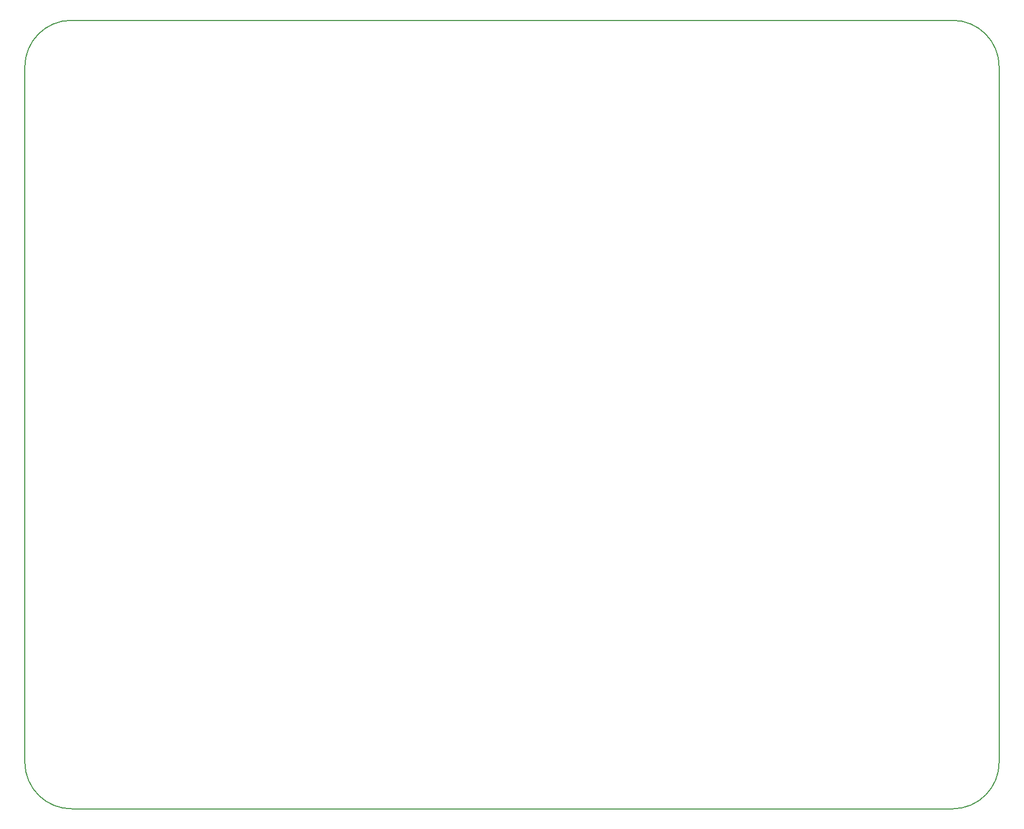
<source format=gm1>
%TF.GenerationSoftware,KiCad,Pcbnew,(6.0.1)*%
%TF.CreationDate,2023-04-18T18:32:32-04:00*%
%TF.ProjectId,Payload_PCB_v3.1,5061796c-6f61-4645-9f50-43425f76332e,rev?*%
%TF.SameCoordinates,Original*%
%TF.FileFunction,Profile,NP*%
%FSLAX46Y46*%
G04 Gerber Fmt 4.6, Leading zero omitted, Abs format (unit mm)*
G04 Created by KiCad (PCBNEW (6.0.1)) date 2023-04-18 18:32:32*
%MOMM*%
%LPD*%
G01*
G04 APERTURE LIST*
%TA.AperFunction,Profile*%
%ADD10C,0.150000*%
%TD*%
G04 APERTURE END LIST*
D10*
X58841000Y-42047800D02*
X58841000Y-154112000D01*
X58841000Y-154112000D02*
G75*
G03*
X66405000Y-161544000I7497999J65999D01*
G01*
X66344800Y-34544000D02*
G75*
G03*
X58841000Y-42047800I0J-7503800D01*
G01*
X66405000Y-161544000D02*
X208173000Y-161544000D01*
X66344800Y-34544000D02*
X208130000Y-34544000D01*
X215606000Y-42069000D02*
X215606000Y-153980000D01*
X215606000Y-42069000D02*
G75*
G03*
X208130000Y-34544000I-7500501J24499D01*
G01*
X208173000Y-161544000D02*
G75*
G03*
X215606000Y-153980000I-65502J7498502D01*
G01*
M02*

</source>
